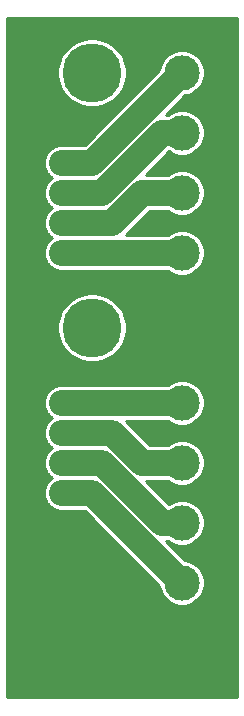
<source format=gbr>
%TF.GenerationSoftware,KiCad,Pcbnew,(5.1.6)-1*%
%TF.CreationDate,2022-03-29T12:26:59-05:00*%
%TF.ProjectId,edge_connector_small,65646765-5f63-46f6-9e6e-6563746f725f,rev?*%
%TF.SameCoordinates,Original*%
%TF.FileFunction,Copper,L2,Bot*%
%TF.FilePolarity,Positive*%
%FSLAX46Y46*%
G04 Gerber Fmt 4.6, Leading zero omitted, Abs format (unit mm)*
G04 Created by KiCad (PCBNEW (5.1.6)-1) date 2022-03-29 12:26:59*
%MOMM*%
%LPD*%
G01*
G04 APERTURE LIST*
%TA.AperFunction,ComponentPad*%
%ADD10C,3.000000*%
%TD*%
%TA.AperFunction,ComponentPad*%
%ADD11C,2.200000*%
%TD*%
%TA.AperFunction,ComponentPad*%
%ADD12C,5.500000*%
%TD*%
%TA.AperFunction,ViaPad*%
%ADD13C,5.000000*%
%TD*%
%TA.AperFunction,Conductor*%
%ADD14C,2.200000*%
%TD*%
%TA.AperFunction,Conductor*%
%ADD15C,4.500000*%
%TD*%
%TA.AperFunction,Conductor*%
%ADD16C,0.254000*%
%TD*%
G04 APERTURE END LIST*
D10*
%TO.P,J5,1*%
%TO.N,Net-(J11-Pad4)*%
X15240000Y53340000D03*
%TO.P,J5,2*%
%TO.N,Net-(J11-Pad3)*%
X15240000Y48260000D03*
%TO.P,J5,3*%
%TO.N,Net-(J11-Pad2)*%
X15240000Y43180000D03*
%TO.P,J5,4*%
%TO.N,Net-(J11-Pad1)*%
X15240000Y38100000D03*
%TD*%
%TO.P,J6,1*%
%TO.N,Net-(J12-Pad4)*%
X15240000Y25400000D03*
%TO.P,J6,2*%
%TO.N,Net-(J12-Pad3)*%
X15240000Y20320000D03*
%TO.P,J6,3*%
%TO.N,Net-(J12-Pad2)*%
X15240000Y15240000D03*
%TO.P,J6,4*%
%TO.N,Net-(J12-Pad1)*%
X15240000Y10160000D03*
%TO.P,J6,5*%
%TO.N,Net-(J13-Pad1)*%
X15240000Y5080000D03*
%TD*%
D11*
%TO.P,J11,1*%
%TO.N,Net-(J11-Pad1)*%
X5080000Y38100000D03*
%TO.P,J11,2*%
%TO.N,Net-(J11-Pad2)*%
X5080000Y40640000D03*
%TO.P,J11,3*%
%TO.N,Net-(J11-Pad3)*%
X5080000Y43180000D03*
%TO.P,J11,4*%
%TO.N,Net-(J11-Pad4)*%
X5080000Y45720000D03*
%TD*%
%TO.P,J12,4*%
%TO.N,Net-(J12-Pad4)*%
X5080000Y25400000D03*
%TO.P,J12,3*%
%TO.N,Net-(J12-Pad3)*%
X5080000Y22860000D03*
%TO.P,J12,2*%
%TO.N,Net-(J12-Pad2)*%
X5080000Y20320000D03*
%TO.P,J12,1*%
%TO.N,Net-(J12-Pad1)*%
X5080000Y17780000D03*
%TD*%
D12*
%TO.P,J13,1*%
%TO.N,Net-(J13-Pad1)*%
X7620000Y5080000D03*
%TD*%
D13*
%TO.N,*%
X7620000Y53340000D03*
X7620000Y31750000D03*
%TD*%
D14*
%TO.N,Net-(J11-Pad4)*%
X5080000Y45720000D02*
X7620000Y45720000D01*
X7620000Y45720000D02*
X15240000Y53340000D01*
%TO.N,Net-(J11-Pad3)*%
X15240000Y48260000D02*
X13554126Y48260000D01*
X8474126Y43180000D02*
X5080000Y43180000D01*
X13554126Y48260000D02*
X8474126Y43180000D01*
%TO.N,Net-(J11-Pad2)*%
X15240000Y43180000D02*
X11868252Y43180000D01*
X9328252Y40640000D02*
X5080000Y40640000D01*
X11868252Y43180000D02*
X9328252Y40640000D01*
%TO.N,Net-(J11-Pad1)*%
X5080000Y38100000D02*
X15240000Y38100000D01*
%TO.N,Net-(J12-Pad4)*%
X15240000Y25400000D02*
X5080000Y25400000D01*
%TO.N,Net-(J12-Pad3)*%
X15240000Y20320000D02*
X11868252Y20320000D01*
X9328252Y22860000D02*
X5080000Y22860000D01*
X11868252Y20320000D02*
X9328252Y22860000D01*
%TO.N,Net-(J12-Pad2)*%
X15240000Y15240000D02*
X13554126Y15240000D01*
X8474126Y20320000D02*
X5080000Y20320000D01*
X13554126Y15240000D02*
X8474126Y20320000D01*
%TO.N,Net-(J12-Pad1)*%
X15240000Y10160000D02*
X7620000Y17780000D01*
X7620000Y17780000D02*
X5080000Y17780000D01*
D15*
%TO.N,Net-(J13-Pad1)*%
X15240000Y5080000D02*
X7620000Y5080000D01*
%TD*%
D16*
%TO.N,Net-(J13-Pad1)*%
G36*
X19868000Y452000D02*
G01*
X452000Y452000D01*
X452000Y25400000D01*
X3545612Y25400000D01*
X3553000Y25324989D01*
X3553000Y25249604D01*
X3567707Y25175664D01*
X3575095Y25100656D01*
X3596973Y25028534D01*
X3611681Y24954590D01*
X3640532Y24884939D01*
X3662410Y24812815D01*
X3697941Y24746342D01*
X3726790Y24676694D01*
X3768674Y24614011D01*
X3804203Y24547540D01*
X3852015Y24489281D01*
X3893901Y24426594D01*
X3947212Y24373283D01*
X3995024Y24315024D01*
X4053283Y24267212D01*
X4106594Y24213901D01*
X4169281Y24172015D01*
X4220476Y24130000D01*
X4169281Y24087985D01*
X4106594Y24046099D01*
X4053283Y23992788D01*
X3995024Y23944976D01*
X3947212Y23886717D01*
X3893901Y23833406D01*
X3852015Y23770719D01*
X3804203Y23712460D01*
X3768674Y23645989D01*
X3726790Y23583306D01*
X3697941Y23513658D01*
X3662410Y23447185D01*
X3640532Y23375061D01*
X3611681Y23305410D01*
X3596973Y23231466D01*
X3575095Y23159344D01*
X3567707Y23084336D01*
X3553000Y23010396D01*
X3553000Y22935011D01*
X3545612Y22860000D01*
X3553000Y22784989D01*
X3553000Y22709604D01*
X3567707Y22635664D01*
X3575095Y22560656D01*
X3596973Y22488534D01*
X3611681Y22414590D01*
X3640532Y22344939D01*
X3662410Y22272815D01*
X3697941Y22206342D01*
X3726790Y22136694D01*
X3768674Y22074011D01*
X3804203Y22007540D01*
X3852015Y21949281D01*
X3893901Y21886594D01*
X3947212Y21833283D01*
X3995024Y21775024D01*
X4053283Y21727212D01*
X4106594Y21673901D01*
X4169281Y21632015D01*
X4220476Y21590000D01*
X4169281Y21547985D01*
X4106594Y21506099D01*
X4053283Y21452788D01*
X3995024Y21404976D01*
X3947212Y21346717D01*
X3893901Y21293406D01*
X3852015Y21230719D01*
X3804203Y21172460D01*
X3768674Y21105989D01*
X3726790Y21043306D01*
X3697941Y20973658D01*
X3662410Y20907185D01*
X3640532Y20835061D01*
X3611681Y20765410D01*
X3596973Y20691466D01*
X3575095Y20619344D01*
X3567707Y20544336D01*
X3553000Y20470396D01*
X3553000Y20395011D01*
X3545612Y20320000D01*
X3553000Y20244989D01*
X3553000Y20169604D01*
X3567707Y20095664D01*
X3575095Y20020656D01*
X3596973Y19948534D01*
X3611681Y19874590D01*
X3640532Y19804939D01*
X3662410Y19732815D01*
X3697941Y19666342D01*
X3726790Y19596694D01*
X3768674Y19534011D01*
X3804203Y19467540D01*
X3852015Y19409281D01*
X3893901Y19346594D01*
X3947212Y19293283D01*
X3995024Y19235024D01*
X4053283Y19187212D01*
X4106594Y19133901D01*
X4169281Y19092015D01*
X4220476Y19050000D01*
X4169281Y19007985D01*
X4106594Y18966099D01*
X4053283Y18912788D01*
X3995024Y18864976D01*
X3947212Y18806717D01*
X3893901Y18753406D01*
X3852015Y18690719D01*
X3804203Y18632460D01*
X3768674Y18565989D01*
X3726790Y18503306D01*
X3697941Y18433658D01*
X3662410Y18367185D01*
X3640532Y18295061D01*
X3611681Y18225410D01*
X3596973Y18151466D01*
X3575095Y18079344D01*
X3567707Y18004336D01*
X3553000Y17930396D01*
X3553000Y17855011D01*
X3545612Y17780000D01*
X3553000Y17704989D01*
X3553000Y17629604D01*
X3567707Y17555664D01*
X3575095Y17480656D01*
X3596973Y17408534D01*
X3611681Y17334590D01*
X3640532Y17264939D01*
X3662410Y17192815D01*
X3697941Y17126342D01*
X3726790Y17056694D01*
X3768674Y16994011D01*
X3804203Y16927540D01*
X3852015Y16869281D01*
X3893901Y16806594D01*
X3947212Y16753283D01*
X3995024Y16695024D01*
X4053283Y16647212D01*
X4106594Y16593901D01*
X4169281Y16552015D01*
X4227540Y16504203D01*
X4294011Y16468674D01*
X4356694Y16426790D01*
X4426342Y16397941D01*
X4492815Y16362410D01*
X4564939Y16340532D01*
X4634590Y16311681D01*
X4708534Y16296973D01*
X4780656Y16275095D01*
X4855664Y16267707D01*
X4929604Y16253000D01*
X6987497Y16253000D01*
X13323605Y9916891D01*
X13387053Y9597915D01*
X13532315Y9247223D01*
X13743201Y8931609D01*
X14011609Y8663201D01*
X14327223Y8452315D01*
X14677915Y8307053D01*
X15050207Y8233000D01*
X15429793Y8233000D01*
X15802085Y8307053D01*
X16152777Y8452315D01*
X16468391Y8663201D01*
X16736799Y8931609D01*
X16947685Y9247223D01*
X17092947Y9597915D01*
X17167000Y9970207D01*
X17167000Y10349793D01*
X17092947Y10722085D01*
X16947685Y11072777D01*
X16736799Y11388391D01*
X16468391Y11656799D01*
X16152777Y11867685D01*
X15802085Y12012947D01*
X15483109Y12076395D01*
X13846504Y13713000D01*
X14056808Y13713000D01*
X14327223Y13532315D01*
X14677915Y13387053D01*
X15050207Y13313000D01*
X15429793Y13313000D01*
X15802085Y13387053D01*
X16152777Y13532315D01*
X16468391Y13743201D01*
X16736799Y14011609D01*
X16947685Y14327223D01*
X17092947Y14677915D01*
X17167000Y15050207D01*
X17167000Y15429793D01*
X17092947Y15802085D01*
X16947685Y16152777D01*
X16736799Y16468391D01*
X16468391Y16736799D01*
X16152777Y16947685D01*
X15802085Y17092947D01*
X15429793Y17167000D01*
X15050207Y17167000D01*
X14677915Y17092947D01*
X14327223Y16947685D01*
X14134631Y16818999D01*
X12160630Y18793000D01*
X14056808Y18793000D01*
X14327223Y18612315D01*
X14677915Y18467053D01*
X15050207Y18393000D01*
X15429793Y18393000D01*
X15802085Y18467053D01*
X16152777Y18612315D01*
X16468391Y18823201D01*
X16736799Y19091609D01*
X16947685Y19407223D01*
X17092947Y19757915D01*
X17167000Y20130207D01*
X17167000Y20509793D01*
X17092947Y20882085D01*
X16947685Y21232777D01*
X16736799Y21548391D01*
X16468391Y21816799D01*
X16152777Y22027685D01*
X15802085Y22172947D01*
X15429793Y22247000D01*
X15050207Y22247000D01*
X14677915Y22172947D01*
X14327223Y22027685D01*
X14056808Y21847000D01*
X12500756Y21847000D01*
X10474755Y23873000D01*
X14056808Y23873000D01*
X14327223Y23692315D01*
X14677915Y23547053D01*
X15050207Y23473000D01*
X15429793Y23473000D01*
X15802085Y23547053D01*
X16152777Y23692315D01*
X16468391Y23903201D01*
X16736799Y24171609D01*
X16947685Y24487223D01*
X17092947Y24837915D01*
X17167000Y25210207D01*
X17167000Y25589793D01*
X17092947Y25962085D01*
X16947685Y26312777D01*
X16736799Y26628391D01*
X16468391Y26896799D01*
X16152777Y27107685D01*
X15802085Y27252947D01*
X15429793Y27327000D01*
X15050207Y27327000D01*
X14677915Y27252947D01*
X14327223Y27107685D01*
X14056808Y26927000D01*
X4929604Y26927000D01*
X4855664Y26912293D01*
X4780656Y26904905D01*
X4708534Y26883027D01*
X4634590Y26868319D01*
X4564939Y26839468D01*
X4492815Y26817590D01*
X4426342Y26782059D01*
X4356694Y26753210D01*
X4294011Y26711326D01*
X4227540Y26675797D01*
X4169281Y26627985D01*
X4106594Y26586099D01*
X4053283Y26532788D01*
X3995024Y26484976D01*
X3947212Y26426717D01*
X3893901Y26373406D01*
X3852015Y26310719D01*
X3804203Y26252460D01*
X3768674Y26185989D01*
X3726790Y26123306D01*
X3697941Y26053658D01*
X3662410Y25987185D01*
X3640532Y25915061D01*
X3611681Y25845410D01*
X3596973Y25771466D01*
X3575095Y25699344D01*
X3567707Y25624336D01*
X3553000Y25550396D01*
X3553000Y25475011D01*
X3545612Y25400000D01*
X452000Y25400000D01*
X452000Y32038284D01*
X4693000Y32038284D01*
X4693000Y31461716D01*
X4805482Y30896225D01*
X5026126Y30363545D01*
X5346450Y29884146D01*
X5754146Y29476450D01*
X6233545Y29156126D01*
X6766225Y28935482D01*
X7331716Y28823000D01*
X7908284Y28823000D01*
X8473775Y28935482D01*
X9006455Y29156126D01*
X9485854Y29476450D01*
X9893550Y29884146D01*
X10213874Y30363545D01*
X10434518Y30896225D01*
X10547000Y31461716D01*
X10547000Y32038284D01*
X10434518Y32603775D01*
X10213874Y33136455D01*
X9893550Y33615854D01*
X9485854Y34023550D01*
X9006455Y34343874D01*
X8473775Y34564518D01*
X7908284Y34677000D01*
X7331716Y34677000D01*
X6766225Y34564518D01*
X6233545Y34343874D01*
X5754146Y34023550D01*
X5346450Y33615854D01*
X5026126Y33136455D01*
X4805482Y32603775D01*
X4693000Y32038284D01*
X452000Y32038284D01*
X452000Y45720000D01*
X3545612Y45720000D01*
X3553000Y45644989D01*
X3553000Y45569604D01*
X3567707Y45495664D01*
X3575095Y45420656D01*
X3596973Y45348534D01*
X3611681Y45274590D01*
X3640532Y45204939D01*
X3662410Y45132815D01*
X3697941Y45066342D01*
X3726790Y44996694D01*
X3768674Y44934011D01*
X3804203Y44867540D01*
X3852015Y44809281D01*
X3893901Y44746594D01*
X3947212Y44693283D01*
X3995024Y44635024D01*
X4053283Y44587212D01*
X4106594Y44533901D01*
X4169281Y44492015D01*
X4220476Y44450000D01*
X4169281Y44407985D01*
X4106594Y44366099D01*
X4053283Y44312788D01*
X3995024Y44264976D01*
X3947212Y44206717D01*
X3893901Y44153406D01*
X3852015Y44090719D01*
X3804203Y44032460D01*
X3768674Y43965989D01*
X3726790Y43903306D01*
X3697941Y43833658D01*
X3662410Y43767185D01*
X3640532Y43695061D01*
X3611681Y43625410D01*
X3596973Y43551466D01*
X3575095Y43479344D01*
X3567707Y43404336D01*
X3553000Y43330396D01*
X3553000Y43255011D01*
X3545612Y43180000D01*
X3553000Y43104989D01*
X3553000Y43029604D01*
X3567707Y42955664D01*
X3575095Y42880656D01*
X3596973Y42808534D01*
X3611681Y42734590D01*
X3640532Y42664939D01*
X3662410Y42592815D01*
X3697941Y42526342D01*
X3726790Y42456694D01*
X3768674Y42394011D01*
X3804203Y42327540D01*
X3852015Y42269281D01*
X3893901Y42206594D01*
X3947212Y42153283D01*
X3995024Y42095024D01*
X4053283Y42047212D01*
X4106594Y41993901D01*
X4169281Y41952015D01*
X4220476Y41910000D01*
X4169281Y41867985D01*
X4106594Y41826099D01*
X4053283Y41772788D01*
X3995024Y41724976D01*
X3947212Y41666717D01*
X3893901Y41613406D01*
X3852015Y41550719D01*
X3804203Y41492460D01*
X3768674Y41425989D01*
X3726790Y41363306D01*
X3697941Y41293658D01*
X3662410Y41227185D01*
X3640532Y41155061D01*
X3611681Y41085410D01*
X3596973Y41011466D01*
X3575095Y40939344D01*
X3567707Y40864336D01*
X3553000Y40790396D01*
X3553000Y40715011D01*
X3545612Y40640000D01*
X3553000Y40564989D01*
X3553000Y40489604D01*
X3567707Y40415664D01*
X3575095Y40340656D01*
X3596973Y40268534D01*
X3611681Y40194590D01*
X3640532Y40124939D01*
X3662410Y40052815D01*
X3697941Y39986342D01*
X3726790Y39916694D01*
X3768674Y39854011D01*
X3804203Y39787540D01*
X3852015Y39729281D01*
X3893901Y39666594D01*
X3947212Y39613283D01*
X3995024Y39555024D01*
X4053283Y39507212D01*
X4106594Y39453901D01*
X4169281Y39412015D01*
X4220476Y39370000D01*
X4169281Y39327985D01*
X4106594Y39286099D01*
X4053283Y39232788D01*
X3995024Y39184976D01*
X3947212Y39126717D01*
X3893901Y39073406D01*
X3852015Y39010719D01*
X3804203Y38952460D01*
X3768674Y38885989D01*
X3726790Y38823306D01*
X3697941Y38753658D01*
X3662410Y38687185D01*
X3640532Y38615061D01*
X3611681Y38545410D01*
X3596973Y38471466D01*
X3575095Y38399344D01*
X3567707Y38324336D01*
X3553000Y38250396D01*
X3553000Y38175011D01*
X3545612Y38100000D01*
X3553000Y38024989D01*
X3553000Y37949604D01*
X3567707Y37875664D01*
X3575095Y37800656D01*
X3596973Y37728534D01*
X3611681Y37654590D01*
X3640532Y37584939D01*
X3662410Y37512815D01*
X3697941Y37446342D01*
X3726790Y37376694D01*
X3768674Y37314011D01*
X3804203Y37247540D01*
X3852015Y37189281D01*
X3893901Y37126594D01*
X3947212Y37073283D01*
X3995024Y37015024D01*
X4053283Y36967212D01*
X4106594Y36913901D01*
X4169281Y36872015D01*
X4227540Y36824203D01*
X4294011Y36788674D01*
X4356694Y36746790D01*
X4426342Y36717941D01*
X4492815Y36682410D01*
X4564939Y36660532D01*
X4634590Y36631681D01*
X4708534Y36616973D01*
X4780656Y36595095D01*
X4855664Y36587707D01*
X4929604Y36573000D01*
X14056808Y36573000D01*
X14327223Y36392315D01*
X14677915Y36247053D01*
X15050207Y36173000D01*
X15429793Y36173000D01*
X15802085Y36247053D01*
X16152777Y36392315D01*
X16468391Y36603201D01*
X16736799Y36871609D01*
X16947685Y37187223D01*
X17092947Y37537915D01*
X17167000Y37910207D01*
X17167000Y38289793D01*
X17092947Y38662085D01*
X16947685Y39012777D01*
X16736799Y39328391D01*
X16468391Y39596799D01*
X16152777Y39807685D01*
X15802085Y39952947D01*
X15429793Y40027000D01*
X15050207Y40027000D01*
X14677915Y39952947D01*
X14327223Y39807685D01*
X14056808Y39627000D01*
X10474755Y39627000D01*
X12500756Y41653000D01*
X14056808Y41653000D01*
X14327223Y41472315D01*
X14677915Y41327053D01*
X15050207Y41253000D01*
X15429793Y41253000D01*
X15802085Y41327053D01*
X16152777Y41472315D01*
X16468391Y41683201D01*
X16736799Y41951609D01*
X16947685Y42267223D01*
X17092947Y42617915D01*
X17167000Y42990207D01*
X17167000Y43369793D01*
X17092947Y43742085D01*
X16947685Y44092777D01*
X16736799Y44408391D01*
X16468391Y44676799D01*
X16152777Y44887685D01*
X15802085Y45032947D01*
X15429793Y45107000D01*
X15050207Y45107000D01*
X14677915Y45032947D01*
X14327223Y44887685D01*
X14056808Y44707000D01*
X12160630Y44707000D01*
X14134631Y46681001D01*
X14327223Y46552315D01*
X14677915Y46407053D01*
X15050207Y46333000D01*
X15429793Y46333000D01*
X15802085Y46407053D01*
X16152777Y46552315D01*
X16468391Y46763201D01*
X16736799Y47031609D01*
X16947685Y47347223D01*
X17092947Y47697915D01*
X17167000Y48070207D01*
X17167000Y48449793D01*
X17092947Y48822085D01*
X16947685Y49172777D01*
X16736799Y49488391D01*
X16468391Y49756799D01*
X16152777Y49967685D01*
X15802085Y50112947D01*
X15429793Y50187000D01*
X15050207Y50187000D01*
X14677915Y50112947D01*
X14327223Y49967685D01*
X14056808Y49787000D01*
X13846504Y49787000D01*
X15483109Y51423605D01*
X15802085Y51487053D01*
X16152777Y51632315D01*
X16468391Y51843201D01*
X16736799Y52111609D01*
X16947685Y52427223D01*
X17092947Y52777915D01*
X17167000Y53150207D01*
X17167000Y53529793D01*
X17092947Y53902085D01*
X16947685Y54252777D01*
X16736799Y54568391D01*
X16468391Y54836799D01*
X16152777Y55047685D01*
X15802085Y55192947D01*
X15429793Y55267000D01*
X15050207Y55267000D01*
X14677915Y55192947D01*
X14327223Y55047685D01*
X14011609Y54836799D01*
X13743201Y54568391D01*
X13532315Y54252777D01*
X13387053Y53902085D01*
X13323605Y53583109D01*
X6987497Y47247000D01*
X4929604Y47247000D01*
X4855664Y47232293D01*
X4780656Y47224905D01*
X4708534Y47203027D01*
X4634590Y47188319D01*
X4564939Y47159468D01*
X4492815Y47137590D01*
X4426342Y47102059D01*
X4356694Y47073210D01*
X4294011Y47031326D01*
X4227540Y46995797D01*
X4169281Y46947985D01*
X4106594Y46906099D01*
X4053283Y46852788D01*
X3995024Y46804976D01*
X3947212Y46746717D01*
X3893901Y46693406D01*
X3852015Y46630719D01*
X3804203Y46572460D01*
X3768674Y46505989D01*
X3726790Y46443306D01*
X3697941Y46373658D01*
X3662410Y46307185D01*
X3640532Y46235061D01*
X3611681Y46165410D01*
X3596973Y46091466D01*
X3575095Y46019344D01*
X3567707Y45944336D01*
X3553000Y45870396D01*
X3553000Y45795011D01*
X3545612Y45720000D01*
X452000Y45720000D01*
X452000Y53628284D01*
X4693000Y53628284D01*
X4693000Y53051716D01*
X4805482Y52486225D01*
X5026126Y51953545D01*
X5346450Y51474146D01*
X5754146Y51066450D01*
X6233545Y50746126D01*
X6766225Y50525482D01*
X7331716Y50413000D01*
X7908284Y50413000D01*
X8473775Y50525482D01*
X9006455Y50746126D01*
X9485854Y51066450D01*
X9893550Y51474146D01*
X10213874Y51953545D01*
X10434518Y52486225D01*
X10547000Y53051716D01*
X10547000Y53628284D01*
X10434518Y54193775D01*
X10213874Y54726455D01*
X9893550Y55205854D01*
X9485854Y55613550D01*
X9006455Y55933874D01*
X8473775Y56154518D01*
X7908284Y56267000D01*
X7331716Y56267000D01*
X6766225Y56154518D01*
X6233545Y55933874D01*
X5754146Y55613550D01*
X5346450Y55205854D01*
X5026126Y54726455D01*
X4805482Y54193775D01*
X4693000Y53628284D01*
X452000Y53628284D01*
X452000Y57968000D01*
X19868001Y57968000D01*
X19868000Y452000D01*
G37*
X19868000Y452000D02*
X452000Y452000D01*
X452000Y25400000D01*
X3545612Y25400000D01*
X3553000Y25324989D01*
X3553000Y25249604D01*
X3567707Y25175664D01*
X3575095Y25100656D01*
X3596973Y25028534D01*
X3611681Y24954590D01*
X3640532Y24884939D01*
X3662410Y24812815D01*
X3697941Y24746342D01*
X3726790Y24676694D01*
X3768674Y24614011D01*
X3804203Y24547540D01*
X3852015Y24489281D01*
X3893901Y24426594D01*
X3947212Y24373283D01*
X3995024Y24315024D01*
X4053283Y24267212D01*
X4106594Y24213901D01*
X4169281Y24172015D01*
X4220476Y24130000D01*
X4169281Y24087985D01*
X4106594Y24046099D01*
X4053283Y23992788D01*
X3995024Y23944976D01*
X3947212Y23886717D01*
X3893901Y23833406D01*
X3852015Y23770719D01*
X3804203Y23712460D01*
X3768674Y23645989D01*
X3726790Y23583306D01*
X3697941Y23513658D01*
X3662410Y23447185D01*
X3640532Y23375061D01*
X3611681Y23305410D01*
X3596973Y23231466D01*
X3575095Y23159344D01*
X3567707Y23084336D01*
X3553000Y23010396D01*
X3553000Y22935011D01*
X3545612Y22860000D01*
X3553000Y22784989D01*
X3553000Y22709604D01*
X3567707Y22635664D01*
X3575095Y22560656D01*
X3596973Y22488534D01*
X3611681Y22414590D01*
X3640532Y22344939D01*
X3662410Y22272815D01*
X3697941Y22206342D01*
X3726790Y22136694D01*
X3768674Y22074011D01*
X3804203Y22007540D01*
X3852015Y21949281D01*
X3893901Y21886594D01*
X3947212Y21833283D01*
X3995024Y21775024D01*
X4053283Y21727212D01*
X4106594Y21673901D01*
X4169281Y21632015D01*
X4220476Y21590000D01*
X4169281Y21547985D01*
X4106594Y21506099D01*
X4053283Y21452788D01*
X3995024Y21404976D01*
X3947212Y21346717D01*
X3893901Y21293406D01*
X3852015Y21230719D01*
X3804203Y21172460D01*
X3768674Y21105989D01*
X3726790Y21043306D01*
X3697941Y20973658D01*
X3662410Y20907185D01*
X3640532Y20835061D01*
X3611681Y20765410D01*
X3596973Y20691466D01*
X3575095Y20619344D01*
X3567707Y20544336D01*
X3553000Y20470396D01*
X3553000Y20395011D01*
X3545612Y20320000D01*
X3553000Y20244989D01*
X3553000Y20169604D01*
X3567707Y20095664D01*
X3575095Y20020656D01*
X3596973Y19948534D01*
X3611681Y19874590D01*
X3640532Y19804939D01*
X3662410Y19732815D01*
X3697941Y19666342D01*
X3726790Y19596694D01*
X3768674Y19534011D01*
X3804203Y19467540D01*
X3852015Y19409281D01*
X3893901Y19346594D01*
X3947212Y19293283D01*
X3995024Y19235024D01*
X4053283Y19187212D01*
X4106594Y19133901D01*
X4169281Y19092015D01*
X4220476Y19050000D01*
X4169281Y19007985D01*
X4106594Y18966099D01*
X4053283Y18912788D01*
X3995024Y18864976D01*
X3947212Y18806717D01*
X3893901Y18753406D01*
X3852015Y18690719D01*
X3804203Y18632460D01*
X3768674Y18565989D01*
X3726790Y18503306D01*
X3697941Y18433658D01*
X3662410Y18367185D01*
X3640532Y18295061D01*
X3611681Y18225410D01*
X3596973Y18151466D01*
X3575095Y18079344D01*
X3567707Y18004336D01*
X3553000Y17930396D01*
X3553000Y17855011D01*
X3545612Y17780000D01*
X3553000Y17704989D01*
X3553000Y17629604D01*
X3567707Y17555664D01*
X3575095Y17480656D01*
X3596973Y17408534D01*
X3611681Y17334590D01*
X3640532Y17264939D01*
X3662410Y17192815D01*
X3697941Y17126342D01*
X3726790Y17056694D01*
X3768674Y16994011D01*
X3804203Y16927540D01*
X3852015Y16869281D01*
X3893901Y16806594D01*
X3947212Y16753283D01*
X3995024Y16695024D01*
X4053283Y16647212D01*
X4106594Y16593901D01*
X4169281Y16552015D01*
X4227540Y16504203D01*
X4294011Y16468674D01*
X4356694Y16426790D01*
X4426342Y16397941D01*
X4492815Y16362410D01*
X4564939Y16340532D01*
X4634590Y16311681D01*
X4708534Y16296973D01*
X4780656Y16275095D01*
X4855664Y16267707D01*
X4929604Y16253000D01*
X6987497Y16253000D01*
X13323605Y9916891D01*
X13387053Y9597915D01*
X13532315Y9247223D01*
X13743201Y8931609D01*
X14011609Y8663201D01*
X14327223Y8452315D01*
X14677915Y8307053D01*
X15050207Y8233000D01*
X15429793Y8233000D01*
X15802085Y8307053D01*
X16152777Y8452315D01*
X16468391Y8663201D01*
X16736799Y8931609D01*
X16947685Y9247223D01*
X17092947Y9597915D01*
X17167000Y9970207D01*
X17167000Y10349793D01*
X17092947Y10722085D01*
X16947685Y11072777D01*
X16736799Y11388391D01*
X16468391Y11656799D01*
X16152777Y11867685D01*
X15802085Y12012947D01*
X15483109Y12076395D01*
X13846504Y13713000D01*
X14056808Y13713000D01*
X14327223Y13532315D01*
X14677915Y13387053D01*
X15050207Y13313000D01*
X15429793Y13313000D01*
X15802085Y13387053D01*
X16152777Y13532315D01*
X16468391Y13743201D01*
X16736799Y14011609D01*
X16947685Y14327223D01*
X17092947Y14677915D01*
X17167000Y15050207D01*
X17167000Y15429793D01*
X17092947Y15802085D01*
X16947685Y16152777D01*
X16736799Y16468391D01*
X16468391Y16736799D01*
X16152777Y16947685D01*
X15802085Y17092947D01*
X15429793Y17167000D01*
X15050207Y17167000D01*
X14677915Y17092947D01*
X14327223Y16947685D01*
X14134631Y16818999D01*
X12160630Y18793000D01*
X14056808Y18793000D01*
X14327223Y18612315D01*
X14677915Y18467053D01*
X15050207Y18393000D01*
X15429793Y18393000D01*
X15802085Y18467053D01*
X16152777Y18612315D01*
X16468391Y18823201D01*
X16736799Y19091609D01*
X16947685Y19407223D01*
X17092947Y19757915D01*
X17167000Y20130207D01*
X17167000Y20509793D01*
X17092947Y20882085D01*
X16947685Y21232777D01*
X16736799Y21548391D01*
X16468391Y21816799D01*
X16152777Y22027685D01*
X15802085Y22172947D01*
X15429793Y22247000D01*
X15050207Y22247000D01*
X14677915Y22172947D01*
X14327223Y22027685D01*
X14056808Y21847000D01*
X12500756Y21847000D01*
X10474755Y23873000D01*
X14056808Y23873000D01*
X14327223Y23692315D01*
X14677915Y23547053D01*
X15050207Y23473000D01*
X15429793Y23473000D01*
X15802085Y23547053D01*
X16152777Y23692315D01*
X16468391Y23903201D01*
X16736799Y24171609D01*
X16947685Y24487223D01*
X17092947Y24837915D01*
X17167000Y25210207D01*
X17167000Y25589793D01*
X17092947Y25962085D01*
X16947685Y26312777D01*
X16736799Y26628391D01*
X16468391Y26896799D01*
X16152777Y27107685D01*
X15802085Y27252947D01*
X15429793Y27327000D01*
X15050207Y27327000D01*
X14677915Y27252947D01*
X14327223Y27107685D01*
X14056808Y26927000D01*
X4929604Y26927000D01*
X4855664Y26912293D01*
X4780656Y26904905D01*
X4708534Y26883027D01*
X4634590Y26868319D01*
X4564939Y26839468D01*
X4492815Y26817590D01*
X4426342Y26782059D01*
X4356694Y26753210D01*
X4294011Y26711326D01*
X4227540Y26675797D01*
X4169281Y26627985D01*
X4106594Y26586099D01*
X4053283Y26532788D01*
X3995024Y26484976D01*
X3947212Y26426717D01*
X3893901Y26373406D01*
X3852015Y26310719D01*
X3804203Y26252460D01*
X3768674Y26185989D01*
X3726790Y26123306D01*
X3697941Y26053658D01*
X3662410Y25987185D01*
X3640532Y25915061D01*
X3611681Y25845410D01*
X3596973Y25771466D01*
X3575095Y25699344D01*
X3567707Y25624336D01*
X3553000Y25550396D01*
X3553000Y25475011D01*
X3545612Y25400000D01*
X452000Y25400000D01*
X452000Y32038284D01*
X4693000Y32038284D01*
X4693000Y31461716D01*
X4805482Y30896225D01*
X5026126Y30363545D01*
X5346450Y29884146D01*
X5754146Y29476450D01*
X6233545Y29156126D01*
X6766225Y28935482D01*
X7331716Y28823000D01*
X7908284Y28823000D01*
X8473775Y28935482D01*
X9006455Y29156126D01*
X9485854Y29476450D01*
X9893550Y29884146D01*
X10213874Y30363545D01*
X10434518Y30896225D01*
X10547000Y31461716D01*
X10547000Y32038284D01*
X10434518Y32603775D01*
X10213874Y33136455D01*
X9893550Y33615854D01*
X9485854Y34023550D01*
X9006455Y34343874D01*
X8473775Y34564518D01*
X7908284Y34677000D01*
X7331716Y34677000D01*
X6766225Y34564518D01*
X6233545Y34343874D01*
X5754146Y34023550D01*
X5346450Y33615854D01*
X5026126Y33136455D01*
X4805482Y32603775D01*
X4693000Y32038284D01*
X452000Y32038284D01*
X452000Y45720000D01*
X3545612Y45720000D01*
X3553000Y45644989D01*
X3553000Y45569604D01*
X3567707Y45495664D01*
X3575095Y45420656D01*
X3596973Y45348534D01*
X3611681Y45274590D01*
X3640532Y45204939D01*
X3662410Y45132815D01*
X3697941Y45066342D01*
X3726790Y44996694D01*
X3768674Y44934011D01*
X3804203Y44867540D01*
X3852015Y44809281D01*
X3893901Y44746594D01*
X3947212Y44693283D01*
X3995024Y44635024D01*
X4053283Y44587212D01*
X4106594Y44533901D01*
X4169281Y44492015D01*
X4220476Y44450000D01*
X4169281Y44407985D01*
X4106594Y44366099D01*
X4053283Y44312788D01*
X3995024Y44264976D01*
X3947212Y44206717D01*
X3893901Y44153406D01*
X3852015Y44090719D01*
X3804203Y44032460D01*
X3768674Y43965989D01*
X3726790Y43903306D01*
X3697941Y43833658D01*
X3662410Y43767185D01*
X3640532Y43695061D01*
X3611681Y43625410D01*
X3596973Y43551466D01*
X3575095Y43479344D01*
X3567707Y43404336D01*
X3553000Y43330396D01*
X3553000Y43255011D01*
X3545612Y43180000D01*
X3553000Y43104989D01*
X3553000Y43029604D01*
X3567707Y42955664D01*
X3575095Y42880656D01*
X3596973Y42808534D01*
X3611681Y42734590D01*
X3640532Y42664939D01*
X3662410Y42592815D01*
X3697941Y42526342D01*
X3726790Y42456694D01*
X3768674Y42394011D01*
X3804203Y42327540D01*
X3852015Y42269281D01*
X3893901Y42206594D01*
X3947212Y42153283D01*
X3995024Y42095024D01*
X4053283Y42047212D01*
X4106594Y41993901D01*
X4169281Y41952015D01*
X4220476Y41910000D01*
X4169281Y41867985D01*
X4106594Y41826099D01*
X4053283Y41772788D01*
X3995024Y41724976D01*
X3947212Y41666717D01*
X3893901Y41613406D01*
X3852015Y41550719D01*
X3804203Y41492460D01*
X3768674Y41425989D01*
X3726790Y41363306D01*
X3697941Y41293658D01*
X3662410Y41227185D01*
X3640532Y41155061D01*
X3611681Y41085410D01*
X3596973Y41011466D01*
X3575095Y40939344D01*
X3567707Y40864336D01*
X3553000Y40790396D01*
X3553000Y40715011D01*
X3545612Y40640000D01*
X3553000Y40564989D01*
X3553000Y40489604D01*
X3567707Y40415664D01*
X3575095Y40340656D01*
X3596973Y40268534D01*
X3611681Y40194590D01*
X3640532Y40124939D01*
X3662410Y40052815D01*
X3697941Y39986342D01*
X3726790Y39916694D01*
X3768674Y39854011D01*
X3804203Y39787540D01*
X3852015Y39729281D01*
X3893901Y39666594D01*
X3947212Y39613283D01*
X3995024Y39555024D01*
X4053283Y39507212D01*
X4106594Y39453901D01*
X4169281Y39412015D01*
X4220476Y39370000D01*
X4169281Y39327985D01*
X4106594Y39286099D01*
X4053283Y39232788D01*
X3995024Y39184976D01*
X3947212Y39126717D01*
X3893901Y39073406D01*
X3852015Y39010719D01*
X3804203Y38952460D01*
X3768674Y38885989D01*
X3726790Y38823306D01*
X3697941Y38753658D01*
X3662410Y38687185D01*
X3640532Y38615061D01*
X3611681Y38545410D01*
X3596973Y38471466D01*
X3575095Y38399344D01*
X3567707Y38324336D01*
X3553000Y38250396D01*
X3553000Y38175011D01*
X3545612Y38100000D01*
X3553000Y38024989D01*
X3553000Y37949604D01*
X3567707Y37875664D01*
X3575095Y37800656D01*
X3596973Y37728534D01*
X3611681Y37654590D01*
X3640532Y37584939D01*
X3662410Y37512815D01*
X3697941Y37446342D01*
X3726790Y37376694D01*
X3768674Y37314011D01*
X3804203Y37247540D01*
X3852015Y37189281D01*
X3893901Y37126594D01*
X3947212Y37073283D01*
X3995024Y37015024D01*
X4053283Y36967212D01*
X4106594Y36913901D01*
X4169281Y36872015D01*
X4227540Y36824203D01*
X4294011Y36788674D01*
X4356694Y36746790D01*
X4426342Y36717941D01*
X4492815Y36682410D01*
X4564939Y36660532D01*
X4634590Y36631681D01*
X4708534Y36616973D01*
X4780656Y36595095D01*
X4855664Y36587707D01*
X4929604Y36573000D01*
X14056808Y36573000D01*
X14327223Y36392315D01*
X14677915Y36247053D01*
X15050207Y36173000D01*
X15429793Y36173000D01*
X15802085Y36247053D01*
X16152777Y36392315D01*
X16468391Y36603201D01*
X16736799Y36871609D01*
X16947685Y37187223D01*
X17092947Y37537915D01*
X17167000Y37910207D01*
X17167000Y38289793D01*
X17092947Y38662085D01*
X16947685Y39012777D01*
X16736799Y39328391D01*
X16468391Y39596799D01*
X16152777Y39807685D01*
X15802085Y39952947D01*
X15429793Y40027000D01*
X15050207Y40027000D01*
X14677915Y39952947D01*
X14327223Y39807685D01*
X14056808Y39627000D01*
X10474755Y39627000D01*
X12500756Y41653000D01*
X14056808Y41653000D01*
X14327223Y41472315D01*
X14677915Y41327053D01*
X15050207Y41253000D01*
X15429793Y41253000D01*
X15802085Y41327053D01*
X16152777Y41472315D01*
X16468391Y41683201D01*
X16736799Y41951609D01*
X16947685Y42267223D01*
X17092947Y42617915D01*
X17167000Y42990207D01*
X17167000Y43369793D01*
X17092947Y43742085D01*
X16947685Y44092777D01*
X16736799Y44408391D01*
X16468391Y44676799D01*
X16152777Y44887685D01*
X15802085Y45032947D01*
X15429793Y45107000D01*
X15050207Y45107000D01*
X14677915Y45032947D01*
X14327223Y44887685D01*
X14056808Y44707000D01*
X12160630Y44707000D01*
X14134631Y46681001D01*
X14327223Y46552315D01*
X14677915Y46407053D01*
X15050207Y46333000D01*
X15429793Y46333000D01*
X15802085Y46407053D01*
X16152777Y46552315D01*
X16468391Y46763201D01*
X16736799Y47031609D01*
X16947685Y47347223D01*
X17092947Y47697915D01*
X17167000Y48070207D01*
X17167000Y48449793D01*
X17092947Y48822085D01*
X16947685Y49172777D01*
X16736799Y49488391D01*
X16468391Y49756799D01*
X16152777Y49967685D01*
X15802085Y50112947D01*
X15429793Y50187000D01*
X15050207Y50187000D01*
X14677915Y50112947D01*
X14327223Y49967685D01*
X14056808Y49787000D01*
X13846504Y49787000D01*
X15483109Y51423605D01*
X15802085Y51487053D01*
X16152777Y51632315D01*
X16468391Y51843201D01*
X16736799Y52111609D01*
X16947685Y52427223D01*
X17092947Y52777915D01*
X17167000Y53150207D01*
X17167000Y53529793D01*
X17092947Y53902085D01*
X16947685Y54252777D01*
X16736799Y54568391D01*
X16468391Y54836799D01*
X16152777Y55047685D01*
X15802085Y55192947D01*
X15429793Y55267000D01*
X15050207Y55267000D01*
X14677915Y55192947D01*
X14327223Y55047685D01*
X14011609Y54836799D01*
X13743201Y54568391D01*
X13532315Y54252777D01*
X13387053Y53902085D01*
X13323605Y53583109D01*
X6987497Y47247000D01*
X4929604Y47247000D01*
X4855664Y47232293D01*
X4780656Y47224905D01*
X4708534Y47203027D01*
X4634590Y47188319D01*
X4564939Y47159468D01*
X4492815Y47137590D01*
X4426342Y47102059D01*
X4356694Y47073210D01*
X4294011Y47031326D01*
X4227540Y46995797D01*
X4169281Y46947985D01*
X4106594Y46906099D01*
X4053283Y46852788D01*
X3995024Y46804976D01*
X3947212Y46746717D01*
X3893901Y46693406D01*
X3852015Y46630719D01*
X3804203Y46572460D01*
X3768674Y46505989D01*
X3726790Y46443306D01*
X3697941Y46373658D01*
X3662410Y46307185D01*
X3640532Y46235061D01*
X3611681Y46165410D01*
X3596973Y46091466D01*
X3575095Y46019344D01*
X3567707Y45944336D01*
X3553000Y45870396D01*
X3553000Y45795011D01*
X3545612Y45720000D01*
X452000Y45720000D01*
X452000Y53628284D01*
X4693000Y53628284D01*
X4693000Y53051716D01*
X4805482Y52486225D01*
X5026126Y51953545D01*
X5346450Y51474146D01*
X5754146Y51066450D01*
X6233545Y50746126D01*
X6766225Y50525482D01*
X7331716Y50413000D01*
X7908284Y50413000D01*
X8473775Y50525482D01*
X9006455Y50746126D01*
X9485854Y51066450D01*
X9893550Y51474146D01*
X10213874Y51953545D01*
X10434518Y52486225D01*
X10547000Y53051716D01*
X10547000Y53628284D01*
X10434518Y54193775D01*
X10213874Y54726455D01*
X9893550Y55205854D01*
X9485854Y55613550D01*
X9006455Y55933874D01*
X8473775Y56154518D01*
X7908284Y56267000D01*
X7331716Y56267000D01*
X6766225Y56154518D01*
X6233545Y55933874D01*
X5754146Y55613550D01*
X5346450Y55205854D01*
X5026126Y54726455D01*
X4805482Y54193775D01*
X4693000Y53628284D01*
X452000Y53628284D01*
X452000Y57968000D01*
X19868001Y57968000D01*
X19868000Y452000D01*
%TD*%
M02*

</source>
